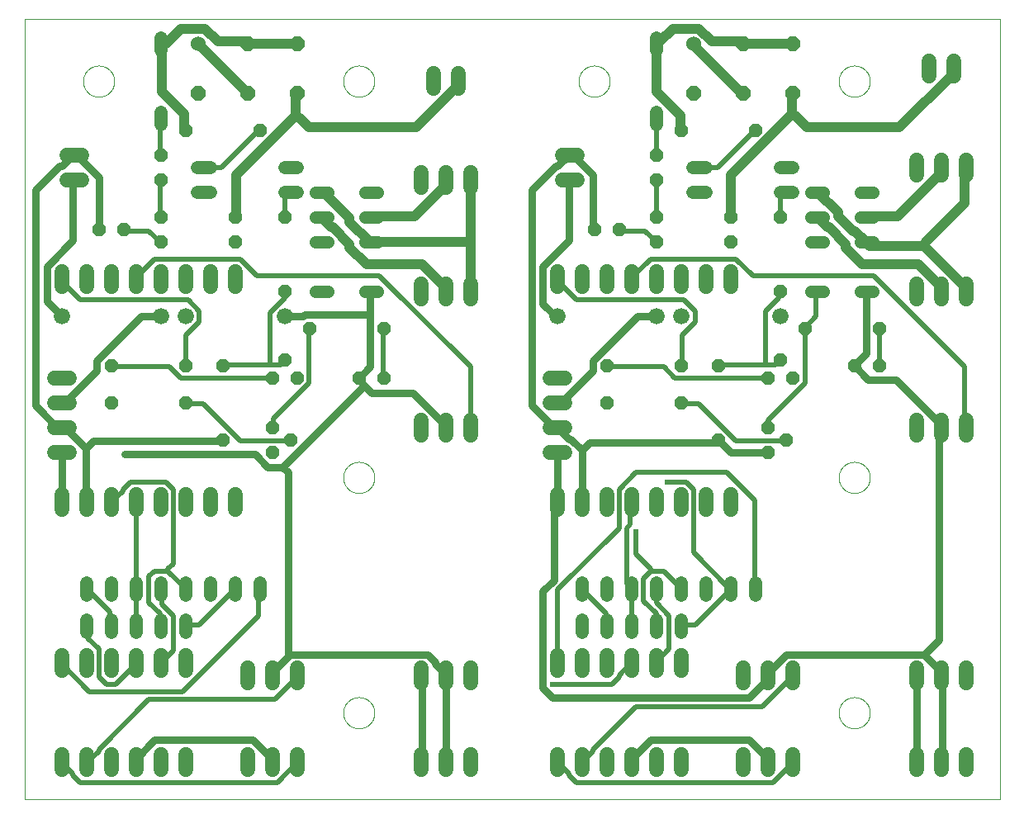
<source format=gtl>
G75*
%MOIN*%
%OFA0B0*%
%FSLAX25Y25*%
%IPPOS*%
%LPD*%
%AMOC8*
5,1,8,0,0,1.08239X$1,22.5*
%
%ADD10C,0.00000*%
%ADD11C,0.06000*%
%ADD12OC8,0.06000*%
%ADD13C,0.06600*%
%ADD14C,0.05200*%
%ADD15C,0.06000*%
%ADD16C,0.05150*%
%ADD17OC8,0.05200*%
%ADD18C,0.02000*%
%ADD19C,0.04000*%
%ADD20C,0.03000*%
%ADD21C,0.02381*%
D10*
X0002667Y0002600D02*
X0002667Y0317561D01*
X0396367Y0317561D01*
X0396367Y0002600D01*
X0002667Y0002600D01*
X0131368Y0037600D02*
X0131370Y0037758D01*
X0131376Y0037916D01*
X0131386Y0038074D01*
X0131400Y0038232D01*
X0131418Y0038389D01*
X0131439Y0038546D01*
X0131465Y0038702D01*
X0131495Y0038858D01*
X0131528Y0039013D01*
X0131566Y0039166D01*
X0131607Y0039319D01*
X0131652Y0039471D01*
X0131701Y0039622D01*
X0131754Y0039771D01*
X0131810Y0039919D01*
X0131870Y0040065D01*
X0131934Y0040210D01*
X0132002Y0040353D01*
X0132073Y0040495D01*
X0132147Y0040635D01*
X0132225Y0040772D01*
X0132307Y0040908D01*
X0132391Y0041042D01*
X0132480Y0041173D01*
X0132571Y0041302D01*
X0132666Y0041429D01*
X0132763Y0041554D01*
X0132864Y0041676D01*
X0132968Y0041795D01*
X0133075Y0041912D01*
X0133185Y0042026D01*
X0133298Y0042137D01*
X0133413Y0042246D01*
X0133531Y0042351D01*
X0133652Y0042453D01*
X0133775Y0042553D01*
X0133901Y0042649D01*
X0134029Y0042742D01*
X0134159Y0042832D01*
X0134292Y0042918D01*
X0134427Y0043002D01*
X0134563Y0043081D01*
X0134702Y0043158D01*
X0134843Y0043230D01*
X0134985Y0043300D01*
X0135129Y0043365D01*
X0135275Y0043427D01*
X0135422Y0043485D01*
X0135571Y0043540D01*
X0135721Y0043591D01*
X0135872Y0043638D01*
X0136024Y0043681D01*
X0136177Y0043720D01*
X0136332Y0043756D01*
X0136487Y0043787D01*
X0136643Y0043815D01*
X0136799Y0043839D01*
X0136956Y0043859D01*
X0137114Y0043875D01*
X0137271Y0043887D01*
X0137430Y0043895D01*
X0137588Y0043899D01*
X0137746Y0043899D01*
X0137904Y0043895D01*
X0138063Y0043887D01*
X0138220Y0043875D01*
X0138378Y0043859D01*
X0138535Y0043839D01*
X0138691Y0043815D01*
X0138847Y0043787D01*
X0139002Y0043756D01*
X0139157Y0043720D01*
X0139310Y0043681D01*
X0139462Y0043638D01*
X0139613Y0043591D01*
X0139763Y0043540D01*
X0139912Y0043485D01*
X0140059Y0043427D01*
X0140205Y0043365D01*
X0140349Y0043300D01*
X0140491Y0043230D01*
X0140632Y0043158D01*
X0140771Y0043081D01*
X0140907Y0043002D01*
X0141042Y0042918D01*
X0141175Y0042832D01*
X0141305Y0042742D01*
X0141433Y0042649D01*
X0141559Y0042553D01*
X0141682Y0042453D01*
X0141803Y0042351D01*
X0141921Y0042246D01*
X0142036Y0042137D01*
X0142149Y0042026D01*
X0142259Y0041912D01*
X0142366Y0041795D01*
X0142470Y0041676D01*
X0142571Y0041554D01*
X0142668Y0041429D01*
X0142763Y0041302D01*
X0142854Y0041173D01*
X0142943Y0041042D01*
X0143027Y0040908D01*
X0143109Y0040772D01*
X0143187Y0040635D01*
X0143261Y0040495D01*
X0143332Y0040353D01*
X0143400Y0040210D01*
X0143464Y0040065D01*
X0143524Y0039919D01*
X0143580Y0039771D01*
X0143633Y0039622D01*
X0143682Y0039471D01*
X0143727Y0039319D01*
X0143768Y0039166D01*
X0143806Y0039013D01*
X0143839Y0038858D01*
X0143869Y0038702D01*
X0143895Y0038546D01*
X0143916Y0038389D01*
X0143934Y0038232D01*
X0143948Y0038074D01*
X0143958Y0037916D01*
X0143964Y0037758D01*
X0143966Y0037600D01*
X0143964Y0037442D01*
X0143958Y0037284D01*
X0143948Y0037126D01*
X0143934Y0036968D01*
X0143916Y0036811D01*
X0143895Y0036654D01*
X0143869Y0036498D01*
X0143839Y0036342D01*
X0143806Y0036187D01*
X0143768Y0036034D01*
X0143727Y0035881D01*
X0143682Y0035729D01*
X0143633Y0035578D01*
X0143580Y0035429D01*
X0143524Y0035281D01*
X0143464Y0035135D01*
X0143400Y0034990D01*
X0143332Y0034847D01*
X0143261Y0034705D01*
X0143187Y0034565D01*
X0143109Y0034428D01*
X0143027Y0034292D01*
X0142943Y0034158D01*
X0142854Y0034027D01*
X0142763Y0033898D01*
X0142668Y0033771D01*
X0142571Y0033646D01*
X0142470Y0033524D01*
X0142366Y0033405D01*
X0142259Y0033288D01*
X0142149Y0033174D01*
X0142036Y0033063D01*
X0141921Y0032954D01*
X0141803Y0032849D01*
X0141682Y0032747D01*
X0141559Y0032647D01*
X0141433Y0032551D01*
X0141305Y0032458D01*
X0141175Y0032368D01*
X0141042Y0032282D01*
X0140907Y0032198D01*
X0140771Y0032119D01*
X0140632Y0032042D01*
X0140491Y0031970D01*
X0140349Y0031900D01*
X0140205Y0031835D01*
X0140059Y0031773D01*
X0139912Y0031715D01*
X0139763Y0031660D01*
X0139613Y0031609D01*
X0139462Y0031562D01*
X0139310Y0031519D01*
X0139157Y0031480D01*
X0139002Y0031444D01*
X0138847Y0031413D01*
X0138691Y0031385D01*
X0138535Y0031361D01*
X0138378Y0031341D01*
X0138220Y0031325D01*
X0138063Y0031313D01*
X0137904Y0031305D01*
X0137746Y0031301D01*
X0137588Y0031301D01*
X0137430Y0031305D01*
X0137271Y0031313D01*
X0137114Y0031325D01*
X0136956Y0031341D01*
X0136799Y0031361D01*
X0136643Y0031385D01*
X0136487Y0031413D01*
X0136332Y0031444D01*
X0136177Y0031480D01*
X0136024Y0031519D01*
X0135872Y0031562D01*
X0135721Y0031609D01*
X0135571Y0031660D01*
X0135422Y0031715D01*
X0135275Y0031773D01*
X0135129Y0031835D01*
X0134985Y0031900D01*
X0134843Y0031970D01*
X0134702Y0032042D01*
X0134563Y0032119D01*
X0134427Y0032198D01*
X0134292Y0032282D01*
X0134159Y0032368D01*
X0134029Y0032458D01*
X0133901Y0032551D01*
X0133775Y0032647D01*
X0133652Y0032747D01*
X0133531Y0032849D01*
X0133413Y0032954D01*
X0133298Y0033063D01*
X0133185Y0033174D01*
X0133075Y0033288D01*
X0132968Y0033405D01*
X0132864Y0033524D01*
X0132763Y0033646D01*
X0132666Y0033771D01*
X0132571Y0033898D01*
X0132480Y0034027D01*
X0132391Y0034158D01*
X0132307Y0034292D01*
X0132225Y0034428D01*
X0132147Y0034565D01*
X0132073Y0034705D01*
X0132002Y0034847D01*
X0131934Y0034990D01*
X0131870Y0035135D01*
X0131810Y0035281D01*
X0131754Y0035429D01*
X0131701Y0035578D01*
X0131652Y0035729D01*
X0131607Y0035881D01*
X0131566Y0036034D01*
X0131528Y0036187D01*
X0131495Y0036342D01*
X0131465Y0036498D01*
X0131439Y0036654D01*
X0131418Y0036811D01*
X0131400Y0036968D01*
X0131386Y0037126D01*
X0131376Y0037284D01*
X0131370Y0037442D01*
X0131368Y0037600D01*
X0131368Y0132600D02*
X0131370Y0132758D01*
X0131376Y0132916D01*
X0131386Y0133074D01*
X0131400Y0133232D01*
X0131418Y0133389D01*
X0131439Y0133546D01*
X0131465Y0133702D01*
X0131495Y0133858D01*
X0131528Y0134013D01*
X0131566Y0134166D01*
X0131607Y0134319D01*
X0131652Y0134471D01*
X0131701Y0134622D01*
X0131754Y0134771D01*
X0131810Y0134919D01*
X0131870Y0135065D01*
X0131934Y0135210D01*
X0132002Y0135353D01*
X0132073Y0135495D01*
X0132147Y0135635D01*
X0132225Y0135772D01*
X0132307Y0135908D01*
X0132391Y0136042D01*
X0132480Y0136173D01*
X0132571Y0136302D01*
X0132666Y0136429D01*
X0132763Y0136554D01*
X0132864Y0136676D01*
X0132968Y0136795D01*
X0133075Y0136912D01*
X0133185Y0137026D01*
X0133298Y0137137D01*
X0133413Y0137246D01*
X0133531Y0137351D01*
X0133652Y0137453D01*
X0133775Y0137553D01*
X0133901Y0137649D01*
X0134029Y0137742D01*
X0134159Y0137832D01*
X0134292Y0137918D01*
X0134427Y0138002D01*
X0134563Y0138081D01*
X0134702Y0138158D01*
X0134843Y0138230D01*
X0134985Y0138300D01*
X0135129Y0138365D01*
X0135275Y0138427D01*
X0135422Y0138485D01*
X0135571Y0138540D01*
X0135721Y0138591D01*
X0135872Y0138638D01*
X0136024Y0138681D01*
X0136177Y0138720D01*
X0136332Y0138756D01*
X0136487Y0138787D01*
X0136643Y0138815D01*
X0136799Y0138839D01*
X0136956Y0138859D01*
X0137114Y0138875D01*
X0137271Y0138887D01*
X0137430Y0138895D01*
X0137588Y0138899D01*
X0137746Y0138899D01*
X0137904Y0138895D01*
X0138063Y0138887D01*
X0138220Y0138875D01*
X0138378Y0138859D01*
X0138535Y0138839D01*
X0138691Y0138815D01*
X0138847Y0138787D01*
X0139002Y0138756D01*
X0139157Y0138720D01*
X0139310Y0138681D01*
X0139462Y0138638D01*
X0139613Y0138591D01*
X0139763Y0138540D01*
X0139912Y0138485D01*
X0140059Y0138427D01*
X0140205Y0138365D01*
X0140349Y0138300D01*
X0140491Y0138230D01*
X0140632Y0138158D01*
X0140771Y0138081D01*
X0140907Y0138002D01*
X0141042Y0137918D01*
X0141175Y0137832D01*
X0141305Y0137742D01*
X0141433Y0137649D01*
X0141559Y0137553D01*
X0141682Y0137453D01*
X0141803Y0137351D01*
X0141921Y0137246D01*
X0142036Y0137137D01*
X0142149Y0137026D01*
X0142259Y0136912D01*
X0142366Y0136795D01*
X0142470Y0136676D01*
X0142571Y0136554D01*
X0142668Y0136429D01*
X0142763Y0136302D01*
X0142854Y0136173D01*
X0142943Y0136042D01*
X0143027Y0135908D01*
X0143109Y0135772D01*
X0143187Y0135635D01*
X0143261Y0135495D01*
X0143332Y0135353D01*
X0143400Y0135210D01*
X0143464Y0135065D01*
X0143524Y0134919D01*
X0143580Y0134771D01*
X0143633Y0134622D01*
X0143682Y0134471D01*
X0143727Y0134319D01*
X0143768Y0134166D01*
X0143806Y0134013D01*
X0143839Y0133858D01*
X0143869Y0133702D01*
X0143895Y0133546D01*
X0143916Y0133389D01*
X0143934Y0133232D01*
X0143948Y0133074D01*
X0143958Y0132916D01*
X0143964Y0132758D01*
X0143966Y0132600D01*
X0143964Y0132442D01*
X0143958Y0132284D01*
X0143948Y0132126D01*
X0143934Y0131968D01*
X0143916Y0131811D01*
X0143895Y0131654D01*
X0143869Y0131498D01*
X0143839Y0131342D01*
X0143806Y0131187D01*
X0143768Y0131034D01*
X0143727Y0130881D01*
X0143682Y0130729D01*
X0143633Y0130578D01*
X0143580Y0130429D01*
X0143524Y0130281D01*
X0143464Y0130135D01*
X0143400Y0129990D01*
X0143332Y0129847D01*
X0143261Y0129705D01*
X0143187Y0129565D01*
X0143109Y0129428D01*
X0143027Y0129292D01*
X0142943Y0129158D01*
X0142854Y0129027D01*
X0142763Y0128898D01*
X0142668Y0128771D01*
X0142571Y0128646D01*
X0142470Y0128524D01*
X0142366Y0128405D01*
X0142259Y0128288D01*
X0142149Y0128174D01*
X0142036Y0128063D01*
X0141921Y0127954D01*
X0141803Y0127849D01*
X0141682Y0127747D01*
X0141559Y0127647D01*
X0141433Y0127551D01*
X0141305Y0127458D01*
X0141175Y0127368D01*
X0141042Y0127282D01*
X0140907Y0127198D01*
X0140771Y0127119D01*
X0140632Y0127042D01*
X0140491Y0126970D01*
X0140349Y0126900D01*
X0140205Y0126835D01*
X0140059Y0126773D01*
X0139912Y0126715D01*
X0139763Y0126660D01*
X0139613Y0126609D01*
X0139462Y0126562D01*
X0139310Y0126519D01*
X0139157Y0126480D01*
X0139002Y0126444D01*
X0138847Y0126413D01*
X0138691Y0126385D01*
X0138535Y0126361D01*
X0138378Y0126341D01*
X0138220Y0126325D01*
X0138063Y0126313D01*
X0137904Y0126305D01*
X0137746Y0126301D01*
X0137588Y0126301D01*
X0137430Y0126305D01*
X0137271Y0126313D01*
X0137114Y0126325D01*
X0136956Y0126341D01*
X0136799Y0126361D01*
X0136643Y0126385D01*
X0136487Y0126413D01*
X0136332Y0126444D01*
X0136177Y0126480D01*
X0136024Y0126519D01*
X0135872Y0126562D01*
X0135721Y0126609D01*
X0135571Y0126660D01*
X0135422Y0126715D01*
X0135275Y0126773D01*
X0135129Y0126835D01*
X0134985Y0126900D01*
X0134843Y0126970D01*
X0134702Y0127042D01*
X0134563Y0127119D01*
X0134427Y0127198D01*
X0134292Y0127282D01*
X0134159Y0127368D01*
X0134029Y0127458D01*
X0133901Y0127551D01*
X0133775Y0127647D01*
X0133652Y0127747D01*
X0133531Y0127849D01*
X0133413Y0127954D01*
X0133298Y0128063D01*
X0133185Y0128174D01*
X0133075Y0128288D01*
X0132968Y0128405D01*
X0132864Y0128524D01*
X0132763Y0128646D01*
X0132666Y0128771D01*
X0132571Y0128898D01*
X0132480Y0129027D01*
X0132391Y0129158D01*
X0132307Y0129292D01*
X0132225Y0129428D01*
X0132147Y0129565D01*
X0132073Y0129705D01*
X0132002Y0129847D01*
X0131934Y0129990D01*
X0131870Y0130135D01*
X0131810Y0130281D01*
X0131754Y0130429D01*
X0131701Y0130578D01*
X0131652Y0130729D01*
X0131607Y0130881D01*
X0131566Y0131034D01*
X0131528Y0131187D01*
X0131495Y0131342D01*
X0131465Y0131498D01*
X0131439Y0131654D01*
X0131418Y0131811D01*
X0131400Y0131968D01*
X0131386Y0132126D01*
X0131376Y0132284D01*
X0131370Y0132442D01*
X0131368Y0132600D01*
X0131368Y0292600D02*
X0131370Y0292758D01*
X0131376Y0292916D01*
X0131386Y0293074D01*
X0131400Y0293232D01*
X0131418Y0293389D01*
X0131439Y0293546D01*
X0131465Y0293702D01*
X0131495Y0293858D01*
X0131528Y0294013D01*
X0131566Y0294166D01*
X0131607Y0294319D01*
X0131652Y0294471D01*
X0131701Y0294622D01*
X0131754Y0294771D01*
X0131810Y0294919D01*
X0131870Y0295065D01*
X0131934Y0295210D01*
X0132002Y0295353D01*
X0132073Y0295495D01*
X0132147Y0295635D01*
X0132225Y0295772D01*
X0132307Y0295908D01*
X0132391Y0296042D01*
X0132480Y0296173D01*
X0132571Y0296302D01*
X0132666Y0296429D01*
X0132763Y0296554D01*
X0132864Y0296676D01*
X0132968Y0296795D01*
X0133075Y0296912D01*
X0133185Y0297026D01*
X0133298Y0297137D01*
X0133413Y0297246D01*
X0133531Y0297351D01*
X0133652Y0297453D01*
X0133775Y0297553D01*
X0133901Y0297649D01*
X0134029Y0297742D01*
X0134159Y0297832D01*
X0134292Y0297918D01*
X0134427Y0298002D01*
X0134563Y0298081D01*
X0134702Y0298158D01*
X0134843Y0298230D01*
X0134985Y0298300D01*
X0135129Y0298365D01*
X0135275Y0298427D01*
X0135422Y0298485D01*
X0135571Y0298540D01*
X0135721Y0298591D01*
X0135872Y0298638D01*
X0136024Y0298681D01*
X0136177Y0298720D01*
X0136332Y0298756D01*
X0136487Y0298787D01*
X0136643Y0298815D01*
X0136799Y0298839D01*
X0136956Y0298859D01*
X0137114Y0298875D01*
X0137271Y0298887D01*
X0137430Y0298895D01*
X0137588Y0298899D01*
X0137746Y0298899D01*
X0137904Y0298895D01*
X0138063Y0298887D01*
X0138220Y0298875D01*
X0138378Y0298859D01*
X0138535Y0298839D01*
X0138691Y0298815D01*
X0138847Y0298787D01*
X0139002Y0298756D01*
X0139157Y0298720D01*
X0139310Y0298681D01*
X0139462Y0298638D01*
X0139613Y0298591D01*
X0139763Y0298540D01*
X0139912Y0298485D01*
X0140059Y0298427D01*
X0140205Y0298365D01*
X0140349Y0298300D01*
X0140491Y0298230D01*
X0140632Y0298158D01*
X0140771Y0298081D01*
X0140907Y0298002D01*
X0141042Y0297918D01*
X0141175Y0297832D01*
X0141305Y0297742D01*
X0141433Y0297649D01*
X0141559Y0297553D01*
X0141682Y0297453D01*
X0141803Y0297351D01*
X0141921Y0297246D01*
X0142036Y0297137D01*
X0142149Y0297026D01*
X0142259Y0296912D01*
X0142366Y0296795D01*
X0142470Y0296676D01*
X0142571Y0296554D01*
X0142668Y0296429D01*
X0142763Y0296302D01*
X0142854Y0296173D01*
X0142943Y0296042D01*
X0143027Y0295908D01*
X0143109Y0295772D01*
X0143187Y0295635D01*
X0143261Y0295495D01*
X0143332Y0295353D01*
X0143400Y0295210D01*
X0143464Y0295065D01*
X0143524Y0294919D01*
X0143580Y0294771D01*
X0143633Y0294622D01*
X0143682Y0294471D01*
X0143727Y0294319D01*
X0143768Y0294166D01*
X0143806Y0294013D01*
X0143839Y0293858D01*
X0143869Y0293702D01*
X0143895Y0293546D01*
X0143916Y0293389D01*
X0143934Y0293232D01*
X0143948Y0293074D01*
X0143958Y0292916D01*
X0143964Y0292758D01*
X0143966Y0292600D01*
X0143964Y0292442D01*
X0143958Y0292284D01*
X0143948Y0292126D01*
X0143934Y0291968D01*
X0143916Y0291811D01*
X0143895Y0291654D01*
X0143869Y0291498D01*
X0143839Y0291342D01*
X0143806Y0291187D01*
X0143768Y0291034D01*
X0143727Y0290881D01*
X0143682Y0290729D01*
X0143633Y0290578D01*
X0143580Y0290429D01*
X0143524Y0290281D01*
X0143464Y0290135D01*
X0143400Y0289990D01*
X0143332Y0289847D01*
X0143261Y0289705D01*
X0143187Y0289565D01*
X0143109Y0289428D01*
X0143027Y0289292D01*
X0142943Y0289158D01*
X0142854Y0289027D01*
X0142763Y0288898D01*
X0142668Y0288771D01*
X0142571Y0288646D01*
X0142470Y0288524D01*
X0142366Y0288405D01*
X0142259Y0288288D01*
X0142149Y0288174D01*
X0142036Y0288063D01*
X0141921Y0287954D01*
X0141803Y0287849D01*
X0141682Y0287747D01*
X0141559Y0287647D01*
X0141433Y0287551D01*
X0141305Y0287458D01*
X0141175Y0287368D01*
X0141042Y0287282D01*
X0140907Y0287198D01*
X0140771Y0287119D01*
X0140632Y0287042D01*
X0140491Y0286970D01*
X0140349Y0286900D01*
X0140205Y0286835D01*
X0140059Y0286773D01*
X0139912Y0286715D01*
X0139763Y0286660D01*
X0139613Y0286609D01*
X0139462Y0286562D01*
X0139310Y0286519D01*
X0139157Y0286480D01*
X0139002Y0286444D01*
X0138847Y0286413D01*
X0138691Y0286385D01*
X0138535Y0286361D01*
X0138378Y0286341D01*
X0138220Y0286325D01*
X0138063Y0286313D01*
X0137904Y0286305D01*
X0137746Y0286301D01*
X0137588Y0286301D01*
X0137430Y0286305D01*
X0137271Y0286313D01*
X0137114Y0286325D01*
X0136956Y0286341D01*
X0136799Y0286361D01*
X0136643Y0286385D01*
X0136487Y0286413D01*
X0136332Y0286444D01*
X0136177Y0286480D01*
X0136024Y0286519D01*
X0135872Y0286562D01*
X0135721Y0286609D01*
X0135571Y0286660D01*
X0135422Y0286715D01*
X0135275Y0286773D01*
X0135129Y0286835D01*
X0134985Y0286900D01*
X0134843Y0286970D01*
X0134702Y0287042D01*
X0134563Y0287119D01*
X0134427Y0287198D01*
X0134292Y0287282D01*
X0134159Y0287368D01*
X0134029Y0287458D01*
X0133901Y0287551D01*
X0133775Y0287647D01*
X0133652Y0287747D01*
X0133531Y0287849D01*
X0133413Y0287954D01*
X0133298Y0288063D01*
X0133185Y0288174D01*
X0133075Y0288288D01*
X0132968Y0288405D01*
X0132864Y0288524D01*
X0132763Y0288646D01*
X0132666Y0288771D01*
X0132571Y0288898D01*
X0132480Y0289027D01*
X0132391Y0289158D01*
X0132307Y0289292D01*
X0132225Y0289428D01*
X0132147Y0289565D01*
X0132073Y0289705D01*
X0132002Y0289847D01*
X0131934Y0289990D01*
X0131870Y0290135D01*
X0131810Y0290281D01*
X0131754Y0290429D01*
X0131701Y0290578D01*
X0131652Y0290729D01*
X0131607Y0290881D01*
X0131566Y0291034D01*
X0131528Y0291187D01*
X0131495Y0291342D01*
X0131465Y0291498D01*
X0131439Y0291654D01*
X0131418Y0291811D01*
X0131400Y0291968D01*
X0131386Y0292126D01*
X0131376Y0292284D01*
X0131370Y0292442D01*
X0131368Y0292600D01*
X0026368Y0292600D02*
X0026370Y0292758D01*
X0026376Y0292916D01*
X0026386Y0293074D01*
X0026400Y0293232D01*
X0026418Y0293389D01*
X0026439Y0293546D01*
X0026465Y0293702D01*
X0026495Y0293858D01*
X0026528Y0294013D01*
X0026566Y0294166D01*
X0026607Y0294319D01*
X0026652Y0294471D01*
X0026701Y0294622D01*
X0026754Y0294771D01*
X0026810Y0294919D01*
X0026870Y0295065D01*
X0026934Y0295210D01*
X0027002Y0295353D01*
X0027073Y0295495D01*
X0027147Y0295635D01*
X0027225Y0295772D01*
X0027307Y0295908D01*
X0027391Y0296042D01*
X0027480Y0296173D01*
X0027571Y0296302D01*
X0027666Y0296429D01*
X0027763Y0296554D01*
X0027864Y0296676D01*
X0027968Y0296795D01*
X0028075Y0296912D01*
X0028185Y0297026D01*
X0028298Y0297137D01*
X0028413Y0297246D01*
X0028531Y0297351D01*
X0028652Y0297453D01*
X0028775Y0297553D01*
X0028901Y0297649D01*
X0029029Y0297742D01*
X0029159Y0297832D01*
X0029292Y0297918D01*
X0029427Y0298002D01*
X0029563Y0298081D01*
X0029702Y0298158D01*
X0029843Y0298230D01*
X0029985Y0298300D01*
X0030129Y0298365D01*
X0030275Y0298427D01*
X0030422Y0298485D01*
X0030571Y0298540D01*
X0030721Y0298591D01*
X0030872Y0298638D01*
X0031024Y0298681D01*
X0031177Y0298720D01*
X0031332Y0298756D01*
X0031487Y0298787D01*
X0031643Y0298815D01*
X0031799Y0298839D01*
X0031956Y0298859D01*
X0032114Y0298875D01*
X0032271Y0298887D01*
X0032430Y0298895D01*
X0032588Y0298899D01*
X0032746Y0298899D01*
X0032904Y0298895D01*
X0033063Y0298887D01*
X0033220Y0298875D01*
X0033378Y0298859D01*
X0033535Y0298839D01*
X0033691Y0298815D01*
X0033847Y0298787D01*
X0034002Y0298756D01*
X0034157Y0298720D01*
X0034310Y0298681D01*
X0034462Y0298638D01*
X0034613Y0298591D01*
X0034763Y0298540D01*
X0034912Y0298485D01*
X0035059Y0298427D01*
X0035205Y0298365D01*
X0035349Y0298300D01*
X0035491Y0298230D01*
X0035632Y0298158D01*
X0035771Y0298081D01*
X0035907Y0298002D01*
X0036042Y0297918D01*
X0036175Y0297832D01*
X0036305Y0297742D01*
X0036433Y0297649D01*
X0036559Y0297553D01*
X0036682Y0297453D01*
X0036803Y0297351D01*
X0036921Y0297246D01*
X0037036Y0297137D01*
X0037149Y0297026D01*
X0037259Y0296912D01*
X0037366Y0296795D01*
X0037470Y0296676D01*
X0037571Y0296554D01*
X0037668Y0296429D01*
X0037763Y0296302D01*
X0037854Y0296173D01*
X0037943Y0296042D01*
X0038027Y0295908D01*
X0038109Y0295772D01*
X0038187Y0295635D01*
X0038261Y0295495D01*
X0038332Y0295353D01*
X0038400Y0295210D01*
X0038464Y0295065D01*
X0038524Y0294919D01*
X0038580Y0294771D01*
X0038633Y0294622D01*
X0038682Y0294471D01*
X0038727Y0294319D01*
X0038768Y0294166D01*
X0038806Y0294013D01*
X0038839Y0293858D01*
X0038869Y0293702D01*
X0038895Y0293546D01*
X0038916Y0293389D01*
X0038934Y0293232D01*
X0038948Y0293074D01*
X0038958Y0292916D01*
X0038964Y0292758D01*
X0038966Y0292600D01*
X0038964Y0292442D01*
X0038958Y0292284D01*
X0038948Y0292126D01*
X0038934Y0291968D01*
X0038916Y0291811D01*
X0038895Y0291654D01*
X0038869Y0291498D01*
X0038839Y0291342D01*
X0038806Y0291187D01*
X0038768Y0291034D01*
X0038727Y0290881D01*
X0038682Y0290729D01*
X0038633Y0290578D01*
X0038580Y0290429D01*
X0038524Y0290281D01*
X0038464Y0290135D01*
X0038400Y0289990D01*
X0038332Y0289847D01*
X0038261Y0289705D01*
X0038187Y0289565D01*
X0038109Y0289428D01*
X0038027Y0289292D01*
X0037943Y0289158D01*
X0037854Y0289027D01*
X0037763Y0288898D01*
X0037668Y0288771D01*
X0037571Y0288646D01*
X0037470Y0288524D01*
X0037366Y0288405D01*
X0037259Y0288288D01*
X0037149Y0288174D01*
X0037036Y0288063D01*
X0036921Y0287954D01*
X0036803Y0287849D01*
X0036682Y0287747D01*
X0036559Y0287647D01*
X0036433Y0287551D01*
X0036305Y0287458D01*
X0036175Y0287368D01*
X0036042Y0287282D01*
X0035907Y0287198D01*
X0035771Y0287119D01*
X0035632Y0287042D01*
X0035491Y0286970D01*
X0035349Y0286900D01*
X0035205Y0286835D01*
X0035059Y0286773D01*
X0034912Y0286715D01*
X0034763Y0286660D01*
X0034613Y0286609D01*
X0034462Y0286562D01*
X0034310Y0286519D01*
X0034157Y0286480D01*
X0034002Y0286444D01*
X0033847Y0286413D01*
X0033691Y0286385D01*
X0033535Y0286361D01*
X0033378Y0286341D01*
X0033220Y0286325D01*
X0033063Y0286313D01*
X0032904Y0286305D01*
X0032746Y0286301D01*
X0032588Y0286301D01*
X0032430Y0286305D01*
X0032271Y0286313D01*
X0032114Y0286325D01*
X0031956Y0286341D01*
X0031799Y0286361D01*
X0031643Y0286385D01*
X0031487Y0286413D01*
X0031332Y0286444D01*
X0031177Y0286480D01*
X0031024Y0286519D01*
X0030872Y0286562D01*
X0030721Y0286609D01*
X0030571Y0286660D01*
X0030422Y0286715D01*
X0030275Y0286773D01*
X0030129Y0286835D01*
X0029985Y0286900D01*
X0029843Y0286970D01*
X0029702Y0287042D01*
X0029563Y0287119D01*
X0029427Y0287198D01*
X0029292Y0287282D01*
X0029159Y0287368D01*
X0029029Y0287458D01*
X0028901Y0287551D01*
X0028775Y0287647D01*
X0028652Y0287747D01*
X0028531Y0287849D01*
X0028413Y0287954D01*
X0028298Y0288063D01*
X0028185Y0288174D01*
X0028075Y0288288D01*
X0027968Y0288405D01*
X0027864Y0288524D01*
X0027763Y0288646D01*
X0027666Y0288771D01*
X0027571Y0288898D01*
X0027480Y0289027D01*
X0027391Y0289158D01*
X0027307Y0289292D01*
X0027225Y0289428D01*
X0027147Y0289565D01*
X0027073Y0289705D01*
X0027002Y0289847D01*
X0026934Y0289990D01*
X0026870Y0290135D01*
X0026810Y0290281D01*
X0026754Y0290429D01*
X0026701Y0290578D01*
X0026652Y0290729D01*
X0026607Y0290881D01*
X0026566Y0291034D01*
X0026528Y0291187D01*
X0026495Y0291342D01*
X0026465Y0291498D01*
X0026439Y0291654D01*
X0026418Y0291811D01*
X0026400Y0291968D01*
X0026386Y0292126D01*
X0026376Y0292284D01*
X0026370Y0292442D01*
X0026368Y0292600D01*
X0226368Y0292600D02*
X0226370Y0292758D01*
X0226376Y0292916D01*
X0226386Y0293074D01*
X0226400Y0293232D01*
X0226418Y0293389D01*
X0226439Y0293546D01*
X0226465Y0293702D01*
X0226495Y0293858D01*
X0226528Y0294013D01*
X0226566Y0294166D01*
X0226607Y0294319D01*
X0226652Y0294471D01*
X0226701Y0294622D01*
X0226754Y0294771D01*
X0226810Y0294919D01*
X0226870Y0295065D01*
X0226934Y0295210D01*
X0227002Y0295353D01*
X0227073Y0295495D01*
X0227147Y0295635D01*
X0227225Y0295772D01*
X0227307Y0295908D01*
X0227391Y0296042D01*
X0227480Y0296173D01*
X0227571Y0296302D01*
X0227666Y0296429D01*
X0227763Y0296554D01*
X0227864Y0296676D01*
X0227968Y0296795D01*
X0228075Y0296912D01*
X0228185Y0297026D01*
X0228298Y0297137D01*
X0228413Y0297246D01*
X0228531Y0297351D01*
X0228652Y0297453D01*
X0228775Y0297553D01*
X0228901Y0297649D01*
X0229029Y0297742D01*
X0229159Y0297832D01*
X0229292Y0297918D01*
X0229427Y0298002D01*
X0229563Y0298081D01*
X0229702Y0298158D01*
X0229843Y0298230D01*
X0229985Y0298300D01*
X0230129Y0298365D01*
X0230275Y0298427D01*
X0230422Y0298485D01*
X0230571Y0298540D01*
X0230721Y0298591D01*
X0230872Y0298638D01*
X0231024Y0298681D01*
X0231177Y0298720D01*
X0231332Y0298756D01*
X0231487Y0298787D01*
X0231643Y0298815D01*
X0231799Y0298839D01*
X0231956Y0298859D01*
X0232114Y0298875D01*
X0232271Y0298887D01*
X0232430Y0298895D01*
X0232588Y0298899D01*
X0232746Y0298899D01*
X0232904Y0298895D01*
X0233063Y0298887D01*
X0233220Y0298875D01*
X0233378Y0298859D01*
X0233535Y0298839D01*
X0233691Y0298815D01*
X0233847Y0298787D01*
X0234002Y0298756D01*
X0234157Y0298720D01*
X0234310Y0298681D01*
X0234462Y0298638D01*
X0234613Y0298591D01*
X0234763Y0298540D01*
X0234912Y0298485D01*
X0235059Y0298427D01*
X0235205Y0298365D01*
X0235349Y0298300D01*
X0235491Y0298230D01*
X0235632Y0298158D01*
X0235771Y0298081D01*
X0235907Y0298002D01*
X0236042Y0297918D01*
X0236175Y0297832D01*
X0236305Y0297742D01*
X0236433Y0297649D01*
X0236559Y0297553D01*
X0236682Y0297453D01*
X0236803Y0297351D01*
X0236921Y0297246D01*
X0237036Y0297137D01*
X0237149Y0297026D01*
X0237259Y0296912D01*
X0237366Y0296795D01*
X0237470Y0296676D01*
X0237571Y0296554D01*
X0237668Y0296429D01*
X0237763Y0296302D01*
X0237854Y0296173D01*
X0237943Y0296042D01*
X0238027Y0295908D01*
X0238109Y0295772D01*
X0238187Y0295635D01*
X0238261Y0295495D01*
X0238332Y0295353D01*
X0238400Y0295210D01*
X0238464Y0295065D01*
X0238524Y0294919D01*
X0238580Y0294771D01*
X0238633Y0294622D01*
X0238682Y0294471D01*
X0238727Y0294319D01*
X0238768Y0294166D01*
X0238806Y0294013D01*
X0238839Y0293858D01*
X0238869Y0293702D01*
X0238895Y0293546D01*
X0238916Y0293389D01*
X0238934Y0293232D01*
X0238948Y0293074D01*
X0238958Y0292916D01*
X0238964Y0292758D01*
X0238966Y0292600D01*
X0238964Y0292442D01*
X0238958Y0292284D01*
X0238948Y0292126D01*
X0238934Y0291968D01*
X0238916Y0291811D01*
X0238895Y0291654D01*
X0238869Y0291498D01*
X0238839Y0291342D01*
X0238806Y0291187D01*
X0238768Y0291034D01*
X0238727Y0290881D01*
X0238682Y0290729D01*
X0238633Y0290578D01*
X0238580Y0290429D01*
X0238524Y0290281D01*
X0238464Y0290135D01*
X0238400Y0289990D01*
X0238332Y0289847D01*
X0238261Y0289705D01*
X0238187Y0289565D01*
X0238109Y0289428D01*
X0238027Y0289292D01*
X0237943Y0289158D01*
X0237854Y0289027D01*
X0237763Y0288898D01*
X0237668Y0288771D01*
X0237571Y0288646D01*
X0237470Y0288524D01*
X0237366Y0288405D01*
X0237259Y0288288D01*
X0237149Y0288174D01*
X0237036Y0288063D01*
X0236921Y0287954D01*
X0236803Y0287849D01*
X0236682Y0287747D01*
X0236559Y0287647D01*
X0236433Y0287551D01*
X0236305Y0287458D01*
X0236175Y0287368D01*
X0236042Y0287282D01*
X0235907Y0287198D01*
X0235771Y0287119D01*
X0235632Y0287042D01*
X0235491Y0286970D01*
X0235349Y0286900D01*
X0235205Y0286835D01*
X0235059Y0286773D01*
X0234912Y0286715D01*
X0234763Y0286660D01*
X0234613Y0286609D01*
X0234462Y0286562D01*
X0234310Y0286519D01*
X0234157Y0286480D01*
X0234002Y0286444D01*
X0233847Y0286413D01*
X0233691Y0286385D01*
X0233535Y0286361D01*
X0233378Y0286341D01*
X0233220Y0286325D01*
X0233063Y0286313D01*
X0232904Y0286305D01*
X0232746Y0286301D01*
X0232588Y0286301D01*
X0232430Y0286305D01*
X0232271Y0286313D01*
X0232114Y0286325D01*
X0231956Y0286341D01*
X0231799Y0286361D01*
X0231643Y0286385D01*
X0231487Y0286413D01*
X0231332Y0286444D01*
X0231177Y0286480D01*
X0231024Y0286519D01*
X0230872Y0286562D01*
X0230721Y0286609D01*
X0230571Y0286660D01*
X0230422Y0286715D01*
X0230275Y0286773D01*
X0230129Y0286835D01*
X0229985Y0286900D01*
X0229843Y0286970D01*
X0229702Y0287042D01*
X0229563Y0287119D01*
X0229427Y0287198D01*
X0229292Y0287282D01*
X0229159Y0287368D01*
X0229029Y0287458D01*
X0228901Y0287551D01*
X0228775Y0287647D01*
X0228652Y0287747D01*
X0228531Y0287849D01*
X0228413Y0287954D01*
X0228298Y0288063D01*
X0228185Y0288174D01*
X0228075Y0288288D01*
X0227968Y0288405D01*
X0227864Y0288524D01*
X0227763Y0288646D01*
X0227666Y0288771D01*
X0227571Y0288898D01*
X0227480Y0289027D01*
X0227391Y0289158D01*
X0227307Y0289292D01*
X0227225Y0289428D01*
X0227147Y0289565D01*
X0227073Y0289705D01*
X0227002Y0289847D01*
X0226934Y0289990D01*
X0226870Y0290135D01*
X0226810Y0290281D01*
X0226754Y0290429D01*
X0226701Y0290578D01*
X0226652Y0290729D01*
X0226607Y0290881D01*
X0226566Y0291034D01*
X0226528Y0291187D01*
X0226495Y0291342D01*
X0226465Y0291498D01*
X0226439Y0291654D01*
X0226418Y0291811D01*
X0226400Y0291968D01*
X0226386Y0292126D01*
X0226376Y0292284D01*
X0226370Y0292442D01*
X0226368Y0292600D01*
X0331368Y0292600D02*
X0331370Y0292758D01*
X0331376Y0292916D01*
X0331386Y0293074D01*
X0331400Y0293232D01*
X0331418Y0293389D01*
X0331439Y0293546D01*
X0331465Y0293702D01*
X0331495Y0293858D01*
X0331528Y0294013D01*
X0331566Y0294166D01*
X0331607Y0294319D01*
X0331652Y0294471D01*
X0331701Y0294622D01*
X0331754Y0294771D01*
X0331810Y0294919D01*
X0331870Y0295065D01*
X0331934Y0295210D01*
X0332002Y0295353D01*
X0332073Y0295495D01*
X0332147Y0295635D01*
X0332225Y0295772D01*
X0332307Y0295908D01*
X0332391Y0296042D01*
X0332480Y0296173D01*
X0332571Y0296302D01*
X0332666Y0296429D01*
X0332763Y0296554D01*
X0332864Y0296676D01*
X0332968Y0296795D01*
X0333075Y0296912D01*
X0333185Y0297026D01*
X0333298Y0297137D01*
X0333413Y0297246D01*
X0333531Y0297351D01*
X0333652Y0297453D01*
X0333775Y0297553D01*
X0333901Y0297649D01*
X0334029Y0297742D01*
X0334159Y0297832D01*
X0334292Y0297918D01*
X0334427Y0298002D01*
X0334563Y0298081D01*
X0334702Y0298158D01*
X0334843Y0298230D01*
X0334985Y0298300D01*
X0335129Y0298365D01*
X0335275Y0298427D01*
X0335422Y0298485D01*
X0335571Y0298540D01*
X0335721Y0298591D01*
X0335872Y0298638D01*
X0336024Y0298681D01*
X0336177Y0298720D01*
X0336332Y0298756D01*
X0336487Y0298787D01*
X0336643Y0298815D01*
X0336799Y0298839D01*
X0336956Y0298859D01*
X0337114Y0298875D01*
X0337271Y0298887D01*
X0337430Y0298895D01*
X0337588Y0298899D01*
X0337746Y0298899D01*
X0337904Y0298895D01*
X0338063Y0298887D01*
X0338220Y0298875D01*
X0338378Y0298859D01*
X0338535Y0298839D01*
X0338691Y0298815D01*
X0338847Y0298787D01*
X0339002Y0298756D01*
X0339157Y0298720D01*
X0339310Y0298681D01*
X0339462Y0298638D01*
X0339613Y0298591D01*
X0339763Y0298540D01*
X0339912Y0298485D01*
X0340059Y0298427D01*
X0340205Y0298365D01*
X0340349Y0298300D01*
X0340491Y0298230D01*
X0340632Y0298158D01*
X0340771Y0298081D01*
X0340907Y0298002D01*
X0341042Y0297918D01*
X0341175Y0297832D01*
X0341305Y0297742D01*
X0341433Y0297649D01*
X0341559Y0297553D01*
X0341682Y0297453D01*
X0341803Y0297351D01*
X0341921Y0297246D01*
X0342036Y0297137D01*
X0342149Y0297026D01*
X0342259Y0296912D01*
X0342366Y0296795D01*
X0342470Y0296676D01*
X0342571Y0296554D01*
X0342668Y0296429D01*
X0342763Y0296302D01*
X0342854Y0296173D01*
X0342943Y0296042D01*
X0343027Y0295908D01*
X0343109Y0295772D01*
X0343187Y0295635D01*
X0343261Y0295495D01*
X0343332Y0295353D01*
X0343400Y0295210D01*
X0343464Y0295065D01*
X0343524Y0294919D01*
X0343580Y0294771D01*
X0343633Y0294622D01*
X0343682Y0294471D01*
X0343727Y0294319D01*
X0343768Y0294166D01*
X0343806Y0294013D01*
X0343839Y0293858D01*
X0343869Y0293702D01*
X0343895Y0293546D01*
X0343916Y0293389D01*
X0343934Y0293232D01*
X0343948Y0293074D01*
X0343958Y0292916D01*
X0343964Y0292758D01*
X0343966Y0292600D01*
X0343964Y0292442D01*
X0343958Y0292284D01*
X0343948Y0292126D01*
X0343934Y0291968D01*
X0343916Y0291811D01*
X0343895Y0291654D01*
X0343869Y0291498D01*
X0343839Y0291342D01*
X0343806Y0291187D01*
X0343768Y0291034D01*
X0343727Y0290881D01*
X0343682Y0290729D01*
X0343633Y0290578D01*
X0343580Y0290429D01*
X0343524Y0290281D01*
X0343464Y0290135D01*
X0343400Y0289990D01*
X0343332Y0289847D01*
X0343261Y0289705D01*
X0343187Y0289565D01*
X0343109Y0289428D01*
X0343027Y0289292D01*
X0342943Y0289158D01*
X0342854Y0289027D01*
X0342763Y0288898D01*
X0342668Y0288771D01*
X0342571Y0288646D01*
X0342470Y0288524D01*
X0342366Y0288405D01*
X0342259Y0288288D01*
X0342149Y0288174D01*
X0342036Y0288063D01*
X0341921Y0287954D01*
X0341803Y0287849D01*
X0341682Y0287747D01*
X0341559Y0287647D01*
X0341433Y0287551D01*
X0341305Y0287458D01*
X0341175Y0287368D01*
X0341042Y0287282D01*
X0340907Y0287198D01*
X0340771Y0287119D01*
X0340632Y0287042D01*
X0340491Y0286970D01*
X0340349Y0286900D01*
X0340205Y0286835D01*
X0340059Y0286773D01*
X0339912Y0286715D01*
X0339763Y0286660D01*
X0339613Y0286609D01*
X0339462Y0286562D01*
X0339310Y0286519D01*
X0339157Y0286480D01*
X0339002Y0286444D01*
X0338847Y0286413D01*
X0338691Y0286385D01*
X0338535Y0286361D01*
X0338378Y0286341D01*
X0338220Y0286325D01*
X0338063Y0286313D01*
X0337904Y0286305D01*
X0337746Y0286301D01*
X0337588Y0286301D01*
X0337430Y0286305D01*
X0337271Y0286313D01*
X0337114Y0286325D01*
X0336956Y0286341D01*
X0336799Y0286361D01*
X0336643Y0286385D01*
X0336487Y0286413D01*
X0336332Y0286444D01*
X0336177Y0286480D01*
X0336024Y0286519D01*
X0335872Y0286562D01*
X0335721Y0286609D01*
X0335571Y0286660D01*
X0335422Y0286715D01*
X0335275Y0286773D01*
X0335129Y0286835D01*
X0334985Y0286900D01*
X0334843Y0286970D01*
X0334702Y0287042D01*
X0334563Y0287119D01*
X0334427Y0287198D01*
X0334292Y0287282D01*
X0334159Y0287368D01*
X0334029Y0287458D01*
X0333901Y0287551D01*
X0333775Y0287647D01*
X0333652Y0287747D01*
X0333531Y0287849D01*
X0333413Y0287954D01*
X0333298Y0288063D01*
X0333185Y0288174D01*
X0333075Y0288288D01*
X0332968Y0288405D01*
X0332864Y0288524D01*
X0332763Y0288646D01*
X0332666Y0288771D01*
X0332571Y0288898D01*
X0332480Y0289027D01*
X0332391Y0289158D01*
X0332307Y0289292D01*
X0332225Y0289428D01*
X0332147Y0289565D01*
X0332073Y0289705D01*
X0332002Y0289847D01*
X0331934Y0289990D01*
X0331870Y0290135D01*
X0331810Y0290281D01*
X0331754Y0290429D01*
X0331701Y0290578D01*
X0331652Y0290729D01*
X0331607Y0290881D01*
X0331566Y0291034D01*
X0331528Y0291187D01*
X0331495Y0291342D01*
X0331465Y0291498D01*
X0331439Y0291654D01*
X0331418Y0291811D01*
X0331400Y0291968D01*
X0331386Y0292126D01*
X0331376Y0292284D01*
X0331370Y0292442D01*
X0331368Y0292600D01*
X0331368Y0132600D02*
X0331370Y0132758D01*
X0331376Y0132916D01*
X0331386Y0133074D01*
X0331400Y0133232D01*
X0331418Y0133389D01*
X0331439Y0133546D01*
X0331465Y0133702D01*
X0331495Y0133858D01*
X0331528Y0134013D01*
X0331566Y0134166D01*
X0331607Y0134319D01*
X0331652Y0134471D01*
X0331701Y0134622D01*
X0331754Y0134771D01*
X0331810Y0134919D01*
X0331870Y0135065D01*
X0331934Y0135210D01*
X0332002Y0135353D01*
X0332073Y0135495D01*
X0332147Y0135635D01*
X0332225Y0135772D01*
X0332307Y0135908D01*
X0332391Y0136042D01*
X0332480Y0136173D01*
X0332571Y0136302D01*
X0332666Y0136429D01*
X0332763Y0136554D01*
X0332864Y0136676D01*
X0332968Y0136795D01*
X0333075Y0136912D01*
X0333185Y0137026D01*
X0333298Y0137137D01*
X0333413Y0137246D01*
X0333531Y0137351D01*
X0333652Y0137453D01*
X0333775Y0137553D01*
X0333901Y0137649D01*
X0334029Y0137742D01*
X0334159Y0137832D01*
X0334292Y0137918D01*
X0334427Y0138002D01*
X0334563Y0138081D01*
X0334702Y0138158D01*
X0334843Y0138230D01*
X0334985Y0138300D01*
X0335129Y0138365D01*
X0335275Y0138427D01*
X0335422Y0138485D01*
X0335571Y0138540D01*
X0335721Y0138591D01*
X0335872Y0138638D01*
X0336024Y0138681D01*
X0336177Y0138720D01*
X0336332Y0138756D01*
X0336487Y0138787D01*
X0336643Y0138815D01*
X0336799Y0138839D01*
X0336956Y0138859D01*
X0337114Y0138875D01*
X0337271Y0138887D01*
X0337430Y0138895D01*
X0337588Y0138899D01*
X0337746Y0138899D01*
X0337904Y0138895D01*
X0338063Y0138887D01*
X0338220Y0138875D01*
X0338378Y0138859D01*
X0338535Y0138839D01*
X0338691Y0138815D01*
X0338847Y0138787D01*
X0339002Y0138756D01*
X0339157Y0138720D01*
X0339310Y0138681D01*
X0339462Y0138638D01*
X0339613Y0138591D01*
X0339763Y0138540D01*
X0339912Y0138485D01*
X0340059Y0138427D01*
X0340205Y0138365D01*
X0340349Y0138300D01*
X0340491Y0138230D01*
X0340632Y0138158D01*
X0340771Y0138081D01*
X0340907Y0138002D01*
X0341042Y0137918D01*
X0341175Y0137832D01*
X0341305Y0137742D01*
X0341433Y0137649D01*
X0341559Y0137553D01*
X0341682Y0137453D01*
X0341803Y0137351D01*
X0341921Y0137246D01*
X0342036Y0137137D01*
X0342149Y0137026D01*
X0342259Y0136912D01*
X0342366Y0136795D01*
X0342470Y0136676D01*
X0342571Y0136554D01*
X0342668Y0136429D01*
X0342763Y0136302D01*
X0342854Y0136173D01*
X0342943Y0136042D01*
X0343027Y0135908D01*
X0343109Y0135772D01*
X0343187Y0135635D01*
X0343261Y0135495D01*
X0343332Y0135353D01*
X0343400Y0135210D01*
X0343464Y0135065D01*
X0343524Y0134919D01*
X0343580Y0134771D01*
X0343633Y0134622D01*
X0343682Y0134471D01*
X0343727Y0134319D01*
X0343768Y0134166D01*
X0343806Y0134013D01*
X0343839Y0133858D01*
X0343869Y0133702D01*
X0343895Y0133546D01*
X0343916Y0133389D01*
X0343934Y0133232D01*
X0343948Y0133074D01*
X0343958Y0132916D01*
X0343964Y0132758D01*
X0343966Y0132600D01*
X0343964Y0132442D01*
X0343958Y0132284D01*
X0343948Y0132126D01*
X0343934Y0131968D01*
X0343916Y0131811D01*
X0343895Y0131654D01*
X0343869Y0131498D01*
X0343839Y0131342D01*
X0343806Y0131187D01*
X0343768Y0131034D01*
X0343727Y0130881D01*
X0343682Y0130729D01*
X0343633Y0130578D01*
X0343580Y0130429D01*
X0343524Y0130281D01*
X0343464Y0130135D01*
X0343400Y0129990D01*
X0343332Y0129847D01*
X0343261Y0129705D01*
X0343187Y0129565D01*
X0343109Y0129428D01*
X0343027Y0129292D01*
X0342943Y0129158D01*
X0342854Y0129027D01*
X0342763Y0128898D01*
X0342668Y0128771D01*
X0342571Y0128646D01*
X0342470Y0128524D01*
X0342366Y0128405D01*
X0342259Y0128288D01*
X0342149Y0128174D01*
X0342036Y0128063D01*
X0341921Y0127954D01*
X0341803Y0127849D01*
X0341682Y0127747D01*
X0341559Y0127647D01*
X0341433Y0127551D01*
X0341305Y0127458D01*
X0341175Y0127368D01*
X0341042Y0127282D01*
X0340907Y0127198D01*
X0340771Y0127119D01*
X0340632Y0127042D01*
X0340491Y0126970D01*
X0340349Y0126900D01*
X0340205Y0126835D01*
X0340059Y0126773D01*
X0339912Y0126715D01*
X0339763Y0126660D01*
X0339613Y0126609D01*
X0339462Y0126562D01*
X0339310Y0126519D01*
X0339157Y0126480D01*
X0339002Y0126444D01*
X0338847Y0126413D01*
X0338691Y0126385D01*
X0338535Y0126361D01*
X0338378Y0126341D01*
X0338220Y0126325D01*
X0338063Y0126313D01*
X0337904Y0126305D01*
X0337746Y0126301D01*
X0337588Y0126301D01*
X0337430Y0126305D01*
X0337271Y0126313D01*
X0337114Y0126325D01*
X0336956Y0126341D01*
X0336799Y0126361D01*
X0336643Y0126385D01*
X0336487Y0126413D01*
X0336332Y0126444D01*
X0336177Y0126480D01*
X0336024Y0126519D01*
X0335872Y0126562D01*
X0335721Y0126609D01*
X0335571Y0126660D01*
X0335422Y0126715D01*
X0335275Y0126773D01*
X0335129Y0126835D01*
X0334985Y0126900D01*
X0334843Y0126970D01*
X0334702Y0127042D01*
X0334563Y0127119D01*
X0334427Y0127198D01*
X0334292Y0127282D01*
X0334159Y0127368D01*
X0334029Y0127458D01*
X0333901Y0127551D01*
X0333775Y0127647D01*
X0333652Y0127747D01*
X0333531Y0127849D01*
X0333413Y0127954D01*
X0333298Y0128063D01*
X0333185Y0128174D01*
X0333075Y0128288D01*
X0332968Y0128405D01*
X0332864Y0128524D01*
X0332763Y0128646D01*
X0332666Y0128771D01*
X0332571Y0128898D01*
X0332480Y0129027D01*
X0332391Y0129158D01*
X0332307Y0129292D01*
X0332225Y0129428D01*
X0332147Y0129565D01*
X0332073Y0129705D01*
X0332002Y0129847D01*
X0331934Y0129990D01*
X0331870Y0130135D01*
X0331810Y0130281D01*
X0331754Y0130429D01*
X0331701Y0130578D01*
X0331652Y0130729D01*
X0331607Y0130881D01*
X0331566Y0131034D01*
X0331528Y0131187D01*
X0331495Y0131342D01*
X0331465Y0131498D01*
X0331439Y0131654D01*
X0331418Y0131811D01*
X0331400Y0131968D01*
X0331386Y0132126D01*
X0331376Y0132284D01*
X0331370Y0132442D01*
X0331368Y0132600D01*
X0331368Y0037600D02*
X0331370Y0037758D01*
X0331376Y0037916D01*
X0331386Y0038074D01*
X0331400Y0038232D01*
X0331418Y0038389D01*
X0331439Y0038546D01*
X0331465Y0038702D01*
X0331495Y0038858D01*
X0331528Y0039013D01*
X0331566Y0039166D01*
X0331607Y0039319D01*
X0331652Y0039471D01*
X0331701Y0039622D01*
X0331754Y0039771D01*
X0331810Y0039919D01*
X0331870Y0040065D01*
X0331934Y0040210D01*
X0332002Y0040353D01*
X0332073Y0040495D01*
X0332147Y0040635D01*
X0332225Y0040772D01*
X0332307Y0040908D01*
X0332391Y0041042D01*
X0332480Y0041173D01*
X0332571Y0041302D01*
X0332666Y0041429D01*
X0332763Y0041554D01*
X0332864Y0041676D01*
X0332968Y0041795D01*
X0333075Y0041912D01*
X0333185Y0042026D01*
X0333298Y0042137D01*
X0333413Y0042246D01*
X0333531Y0042351D01*
X0333652Y0042453D01*
X0333775Y0042553D01*
X0333901Y0042649D01*
X0334029Y0042742D01*
X0334159Y0042832D01*
X0334292Y0042918D01*
X0334427Y0043002D01*
X0334563Y0043081D01*
X0334702Y0043158D01*
X0334843Y0043230D01*
X0334985Y0043300D01*
X0335129Y0043365D01*
X0335275Y0043427D01*
X0335422Y0043485D01*
X0335571Y0043540D01*
X0335721Y0043591D01*
X0335872Y0043638D01*
X0336024Y0043681D01*
X0336177Y0043720D01*
X0336332Y0043756D01*
X0336487Y0043787D01*
X0336643Y0043815D01*
X0336799Y0043839D01*
X0336956Y0043859D01*
X0337114Y0043875D01*
X0337271Y0043887D01*
X0337430Y0043895D01*
X0337588Y0043899D01*
X0337746Y0043899D01*
X0337904Y0043895D01*
X0338063Y0043887D01*
X0338220Y0043875D01*
X0338378Y0043859D01*
X0338535Y0043839D01*
X0338691Y0043815D01*
X0338847Y0043787D01*
X0339002Y0043756D01*
X0339157Y0043720D01*
X0339310Y0043681D01*
X0339462Y0043638D01*
X0339613Y0043591D01*
X0339763Y0043540D01*
X0339912Y0043485D01*
X0340059Y0043427D01*
X0340205Y0043365D01*
X0340349Y0043300D01*
X0340491Y0043230D01*
X0340632Y0043158D01*
X0340771Y0043081D01*
X0340907Y0043002D01*
X0341042Y0042918D01*
X0341175Y0042832D01*
X0341305Y0042742D01*
X0341433Y0042649D01*
X0341559Y0042553D01*
X0341682Y0042453D01*
X0341803Y0042351D01*
X0341921Y0042246D01*
X0342036Y0042137D01*
X0342149Y0042026D01*
X0342259Y0041912D01*
X0342366Y0041795D01*
X0342470Y0041676D01*
X0342571Y0041554D01*
X0342668Y0041429D01*
X0342763Y0041302D01*
X0342854Y0041173D01*
X0342943Y0041042D01*
X0343027Y0040908D01*
X0343109Y0040772D01*
X0343187Y0040635D01*
X0343261Y0040495D01*
X0343332Y0040353D01*
X0343400Y0040210D01*
X0343464Y0040065D01*
X0343524Y0039919D01*
X0343580Y0039771D01*
X0343633Y0039622D01*
X0343682Y0039471D01*
X0343727Y0039319D01*
X0343768Y0039166D01*
X0343806Y0039013D01*
X0343839Y0038858D01*
X0343869Y0038702D01*
X0343895Y0038546D01*
X0343916Y0038389D01*
X0343934Y0038232D01*
X0343948Y0038074D01*
X0343958Y0037916D01*
X0343964Y0037758D01*
X0343966Y0037600D01*
X0343964Y0037442D01*
X0343958Y0037284D01*
X0343948Y0037126D01*
X0343934Y0036968D01*
X0343916Y0036811D01*
X0343895Y0036654D01*
X0343869Y0036498D01*
X0343839Y0036342D01*
X0343806Y0036187D01*
X0343768Y0036034D01*
X0343727Y0035881D01*
X0343682Y0035729D01*
X0343633Y0035578D01*
X0343580Y0035429D01*
X0343524Y0035281D01*
X0343464Y0035135D01*
X0343400Y0034990D01*
X0343332Y0034847D01*
X0343261Y0034705D01*
X0343187Y0034565D01*
X0343109Y0034428D01*
X0343027Y0034292D01*
X0342943Y0034158D01*
X0342854Y0034027D01*
X0342763Y0033898D01*
X0342668Y0033771D01*
X0342571Y0033646D01*
X0342470Y0033524D01*
X0342366Y0033405D01*
X0342259Y0033288D01*
X0342149Y0033174D01*
X0342036Y0033063D01*
X0341921Y0032954D01*
X0341803Y0032849D01*
X0341682Y0032747D01*
X0341559Y0032647D01*
X0341433Y0032551D01*
X0341305Y0032458D01*
X0341175Y0032368D01*
X0341042Y0032282D01*
X0340907Y0032198D01*
X0340771Y0032119D01*
X0340632Y0032042D01*
X0340491Y0031970D01*
X0340349Y0031900D01*
X0340205Y0031835D01*
X0340059Y0031773D01*
X0339912Y0031715D01*
X0339763Y0031660D01*
X0339613Y0031609D01*
X0339462Y0031562D01*
X0339310Y0031519D01*
X0339157Y0031480D01*
X0339002Y0031444D01*
X0338847Y0031413D01*
X0338691Y0031385D01*
X0338535Y0031361D01*
X0338378Y0031341D01*
X0338220Y0031325D01*
X0338063Y0031313D01*
X0337904Y0031305D01*
X0337746Y0031301D01*
X0337588Y0031301D01*
X0337430Y0031305D01*
X0337271Y0031313D01*
X0337114Y0031325D01*
X0336956Y0031341D01*
X0336799Y0031361D01*
X0336643Y0031385D01*
X0336487Y0031413D01*
X0336332Y0031444D01*
X0336177Y0031480D01*
X0336024Y0031519D01*
X0335872Y0031562D01*
X0335721Y0031609D01*
X0335571Y0031660D01*
X0335422Y0031715D01*
X0335275Y0031773D01*
X0335129Y0031835D01*
X0334985Y0031900D01*
X0334843Y0031970D01*
X0334702Y0032042D01*
X0334563Y0032119D01*
X0334427Y0032198D01*
X0334292Y0032282D01*
X0334159Y0032368D01*
X0334029Y0032458D01*
X0333901Y0032551D01*
X0333775Y0032647D01*
X0333652Y0032747D01*
X0333531Y0032849D01*
X0333413Y0032954D01*
X0333298Y0033063D01*
X0333185Y0033174D01*
X0333075Y0033288D01*
X0332968Y0033405D01*
X0332864Y0033524D01*
X0332763Y0033646D01*
X0332666Y0033771D01*
X0332571Y0033898D01*
X0332480Y0034027D01*
X0332391Y0034158D01*
X0332307Y0034292D01*
X0332225Y0034428D01*
X0332147Y0034565D01*
X0332073Y0034705D01*
X0332002Y0034847D01*
X0331934Y0034990D01*
X0331870Y0035135D01*
X0331810Y0035281D01*
X0331754Y0035429D01*
X0331701Y0035578D01*
X0331652Y0035729D01*
X0331607Y0035881D01*
X0331566Y0036034D01*
X0331528Y0036187D01*
X0331495Y0036342D01*
X0331465Y0036498D01*
X0331439Y0036654D01*
X0331418Y0036811D01*
X0331400Y0036968D01*
X0331386Y0037126D01*
X0331376Y0037284D01*
X0331370Y0037442D01*
X0331368Y0037600D01*
D11*
X0272667Y0307600D03*
X0072667Y0307600D03*
D12*
X0092667Y0307600D03*
X0112667Y0307600D03*
X0112667Y0287600D03*
X0092667Y0287600D03*
X0072667Y0287600D03*
X0272667Y0287600D03*
X0292667Y0287600D03*
X0312667Y0287600D03*
X0312667Y0307600D03*
X0292667Y0307600D03*
D13*
X0307667Y0197600D03*
X0267667Y0197600D03*
X0257667Y0197600D03*
X0217667Y0197600D03*
X0107667Y0197600D03*
X0067667Y0197600D03*
X0057667Y0197600D03*
X0017667Y0197600D03*
D14*
X0072467Y0247600D02*
X0077667Y0247600D01*
X0077667Y0257600D02*
X0072467Y0257600D01*
X0057667Y0275000D02*
X0057667Y0280200D01*
X0057667Y0305000D02*
X0057667Y0310200D01*
X0107667Y0257600D02*
X0112867Y0257600D01*
X0112867Y0247600D02*
X0107667Y0247600D01*
X0257667Y0275000D02*
X0257667Y0280200D01*
X0272467Y0257600D02*
X0277667Y0257600D01*
X0277667Y0247600D02*
X0272467Y0247600D01*
X0307667Y0247600D02*
X0312867Y0247600D01*
X0312867Y0257600D02*
X0307667Y0257600D01*
X0257667Y0305000D02*
X0257667Y0310200D01*
X0257667Y0090200D02*
X0257667Y0085000D01*
X0247667Y0085000D02*
X0247667Y0090200D01*
X0237667Y0090200D02*
X0237667Y0085000D01*
X0227667Y0085000D02*
X0227667Y0090200D01*
X0227667Y0075200D02*
X0227667Y0070000D01*
X0237667Y0070000D02*
X0237667Y0075200D01*
X0247667Y0075200D02*
X0247667Y0070000D01*
X0257667Y0070000D02*
X0257667Y0075200D01*
X0267667Y0075200D02*
X0267667Y0070000D01*
X0267667Y0085000D02*
X0267667Y0090200D01*
X0277667Y0090200D02*
X0277667Y0085000D01*
X0287667Y0085000D02*
X0287667Y0090200D01*
X0297667Y0090200D02*
X0297667Y0085000D01*
X0097667Y0085000D02*
X0097667Y0090200D01*
X0087667Y0090200D02*
X0087667Y0085000D01*
X0077667Y0085000D02*
X0077667Y0090200D01*
X0067667Y0090200D02*
X0067667Y0085000D01*
X0067667Y0075200D02*
X0067667Y0070000D01*
X0057667Y0070000D02*
X0057667Y0075200D01*
X0057667Y0085000D02*
X0057667Y0090200D01*
X0047667Y0090200D02*
X0047667Y0085000D01*
X0037667Y0085000D02*
X0037667Y0090200D01*
X0027667Y0090200D02*
X0027667Y0085000D01*
X0027667Y0075200D02*
X0027667Y0070000D01*
X0037667Y0070000D02*
X0037667Y0075200D01*
X0047667Y0075200D02*
X0047667Y0070000D01*
D15*
X0047667Y0060600D02*
X0047667Y0054600D01*
X0037667Y0054600D02*
X0037667Y0060600D01*
X0027667Y0060600D02*
X0027667Y0054600D01*
X0017667Y0054600D02*
X0017667Y0060600D01*
X0057667Y0060600D02*
X0057667Y0054600D01*
X0067667Y0054600D02*
X0067667Y0060600D01*
X0092667Y0055600D02*
X0092667Y0049600D01*
X0102667Y0049600D02*
X0102667Y0055600D01*
X0112667Y0055600D02*
X0112667Y0049600D01*
X0112667Y0020600D02*
X0112667Y0014600D01*
X0102667Y0014600D02*
X0102667Y0020600D01*
X0092667Y0020600D02*
X0092667Y0014600D01*
X0067667Y0014600D02*
X0067667Y0020600D01*
X0057667Y0020600D02*
X0057667Y0014600D01*
X0047667Y0014600D02*
X0047667Y0020600D01*
X0037667Y0020600D02*
X0037667Y0014600D01*
X0027667Y0014600D02*
X0027667Y0020600D01*
X0017667Y0020600D02*
X0017667Y0014600D01*
X0017667Y0119600D02*
X0017667Y0125600D01*
X0027667Y0125600D02*
X0027667Y0119600D01*
X0037667Y0119600D02*
X0037667Y0125600D01*
X0047667Y0125600D02*
X0047667Y0119600D01*
X0057667Y0119600D02*
X0057667Y0125600D01*
X0067667Y0125600D02*
X0067667Y0119600D01*
X0077667Y0119600D02*
X0077667Y0125600D01*
X0087667Y0125600D02*
X0087667Y0119600D01*
X0020667Y0142600D02*
X0014667Y0142600D01*
X0014667Y0152600D02*
X0020667Y0152600D01*
X0020667Y0162600D02*
X0014667Y0162600D01*
X0014667Y0172600D02*
X0020667Y0172600D01*
X0017667Y0209600D02*
X0017667Y0215600D01*
X0027667Y0215600D02*
X0027667Y0209600D01*
X0037667Y0209600D02*
X0037667Y0215600D01*
X0047667Y0215600D02*
X0047667Y0209600D01*
X0057667Y0209600D02*
X0057667Y0215600D01*
X0067667Y0215600D02*
X0067667Y0209600D01*
X0077667Y0209600D02*
X0077667Y0215600D01*
X0087667Y0215600D02*
X0087667Y0209600D01*
X0025667Y0252600D02*
X0019667Y0252600D01*
X0019667Y0262600D02*
X0025667Y0262600D01*
X0162667Y0255600D02*
X0162667Y0249600D01*
X0172667Y0249600D02*
X0172667Y0255600D01*
X0182667Y0255600D02*
X0182667Y0249600D01*
X0219667Y0252600D02*
X0225667Y0252600D01*
X0225667Y0262600D02*
X0219667Y0262600D01*
X0177667Y0289600D02*
X0177667Y0295600D01*
X0167667Y0295600D02*
X0167667Y0289600D01*
X0217667Y0215600D02*
X0217667Y0209600D01*
X0227667Y0209600D02*
X0227667Y0215600D01*
X0237667Y0215600D02*
X0237667Y0209600D01*
X0247667Y0209600D02*
X0247667Y0215600D01*
X0257667Y0215600D02*
X0257667Y0209600D01*
X0267667Y0209600D02*
X0267667Y0215600D01*
X0277667Y0215600D02*
X0277667Y0209600D01*
X0287667Y0209600D02*
X0287667Y0215600D01*
X0220667Y0172600D02*
X0214667Y0172600D01*
X0214667Y0162600D02*
X0220667Y0162600D01*
X0220667Y0152600D02*
X0214667Y0152600D01*
X0214667Y0142600D02*
X0220667Y0142600D01*
X0217667Y0125600D02*
X0217667Y0119600D01*
X0227667Y0119600D02*
X0227667Y0125600D01*
X0237667Y0125600D02*
X0237667Y0119600D01*
X0247667Y0119600D02*
X0247667Y0125600D01*
X0257667Y0125600D02*
X0257667Y0119600D01*
X0267667Y0119600D02*
X0267667Y0125600D01*
X0277667Y0125600D02*
X0277667Y0119600D01*
X0287667Y0119600D02*
X0287667Y0125600D01*
X0362667Y0149600D02*
X0362667Y0155600D01*
X0372667Y0155600D02*
X0372667Y0149600D01*
X0382667Y0149600D02*
X0382667Y0155600D01*
X0382667Y0204600D02*
X0382667Y0210600D01*
X0372667Y0210600D02*
X0372667Y0204600D01*
X0362667Y0204600D02*
X0362667Y0210600D01*
X0362667Y0254600D02*
X0362667Y0260600D01*
X0372667Y0260600D02*
X0372667Y0254600D01*
X0382667Y0254600D02*
X0382667Y0260600D01*
X0377667Y0294600D02*
X0377667Y0300600D01*
X0367667Y0300600D02*
X0367667Y0294600D01*
X0182667Y0210600D02*
X0182667Y0204600D01*
X0172667Y0204600D02*
X0172667Y0210600D01*
X0162667Y0210600D02*
X0162667Y0204600D01*
X0162667Y0155600D02*
X0162667Y0149600D01*
X0172667Y0149600D02*
X0172667Y0155600D01*
X0182667Y0155600D02*
X0182667Y0149600D01*
X0217667Y0060600D02*
X0217667Y0054600D01*
X0227667Y0054600D02*
X0227667Y0060600D01*
X0237667Y0060600D02*
X0237667Y0054600D01*
X0247667Y0054600D02*
X0247667Y0060600D01*
X0257667Y0060600D02*
X0257667Y0054600D01*
X0267667Y0054600D02*
X0267667Y0060600D01*
X0292667Y0055600D02*
X0292667Y0049600D01*
X0302667Y0049600D02*
X0302667Y0055600D01*
X0312667Y0055600D02*
X0312667Y0049600D01*
X0312667Y0020600D02*
X0312667Y0014600D01*
X0302667Y0014600D02*
X0302667Y0020600D01*
X0292667Y0020600D02*
X0292667Y0014600D01*
X0267667Y0014600D02*
X0267667Y0020600D01*
X0257667Y0020600D02*
X0257667Y0014600D01*
X0247667Y0014600D02*
X0247667Y0020600D01*
X0237667Y0020600D02*
X0237667Y0014600D01*
X0227667Y0014600D02*
X0227667Y0020600D01*
X0217667Y0020600D02*
X0217667Y0014600D01*
X0182667Y0014600D02*
X0182667Y0020600D01*
X0172667Y0020600D02*
X0172667Y0014600D01*
X0162667Y0014600D02*
X0162667Y0020600D01*
X0162667Y0049600D02*
X0162667Y0055600D01*
X0172667Y0055600D02*
X0172667Y0049600D01*
X0182667Y0049600D02*
X0182667Y0055600D01*
X0362667Y0055600D02*
X0362667Y0049600D01*
X0372667Y0049600D02*
X0372667Y0055600D01*
X0382667Y0055600D02*
X0382667Y0049600D01*
X0382667Y0020600D02*
X0382667Y0014600D01*
X0372667Y0014600D02*
X0372667Y0020600D01*
X0362667Y0020600D02*
X0362667Y0014600D01*
D16*
X0345241Y0207600D02*
X0340092Y0207600D01*
X0325241Y0207600D02*
X0320092Y0207600D01*
X0320092Y0227600D02*
X0325241Y0227600D01*
X0325241Y0237600D02*
X0320092Y0237600D01*
X0320092Y0247600D02*
X0325241Y0247600D01*
X0340092Y0247600D02*
X0345241Y0247600D01*
X0345241Y0237600D02*
X0340092Y0237600D01*
X0340092Y0227600D02*
X0345241Y0227600D01*
X0145241Y0227600D02*
X0140092Y0227600D01*
X0140092Y0237600D02*
X0145241Y0237600D01*
X0145241Y0247600D02*
X0140092Y0247600D01*
X0125241Y0247600D02*
X0120092Y0247600D01*
X0120092Y0237600D02*
X0125241Y0237600D01*
X0125241Y0227600D02*
X0120092Y0227600D01*
X0120092Y0207600D02*
X0125241Y0207600D01*
X0140092Y0207600D02*
X0145241Y0207600D01*
D17*
X0147667Y0192600D03*
X0147667Y0172600D03*
X0137667Y0172600D03*
X0112667Y0172600D03*
X0107667Y0180100D03*
X0102667Y0172600D03*
X0082667Y0177600D03*
X0067667Y0177600D03*
X0067667Y0162600D03*
X0082667Y0147600D03*
X0102667Y0142600D03*
X0110167Y0147600D03*
X0102667Y0152600D03*
X0117667Y0192600D03*
X0107667Y0207600D03*
X0087667Y0227600D03*
X0087667Y0237600D03*
X0107667Y0237600D03*
X0097667Y0272600D03*
X0067667Y0272600D03*
X0057667Y0262600D03*
X0057667Y0252600D03*
X0057667Y0237600D03*
X0057667Y0227600D03*
X0042667Y0232600D03*
X0032667Y0232600D03*
X0037667Y0177600D03*
X0037667Y0162600D03*
X0232667Y0232600D03*
X0242667Y0232600D03*
X0257667Y0227600D03*
X0257667Y0237600D03*
X0257667Y0252600D03*
X0257667Y0262600D03*
X0267667Y0272600D03*
X0297667Y0272600D03*
X0307667Y0237600D03*
X0287667Y0237600D03*
X0287667Y0227600D03*
X0307667Y0207600D03*
X0317667Y0192600D03*
X0307667Y0180100D03*
X0312667Y0172600D03*
X0302667Y0172600D03*
X0282667Y0177600D03*
X0267667Y0177600D03*
X0267667Y0162600D03*
X0282667Y0147600D03*
X0302667Y0142600D03*
X0310167Y0147600D03*
X0302667Y0152600D03*
X0337667Y0177600D03*
X0347667Y0177600D03*
X0347667Y0192600D03*
X0237667Y0177600D03*
X0237667Y0162600D03*
D18*
X0238167Y0177350D02*
X0237667Y0177600D01*
X0238167Y0177350D02*
X0260667Y0177350D01*
X0265167Y0172850D01*
X0302667Y0172850D01*
X0302667Y0172600D01*
X0301917Y0178100D02*
X0301917Y0199850D01*
X0307167Y0205100D01*
X0307167Y0207350D01*
X0307667Y0207600D01*
X0296667Y0214100D02*
X0289917Y0220850D01*
X0255417Y0220850D01*
X0247167Y0212600D01*
X0247667Y0212600D01*
X0257667Y0227600D02*
X0253167Y0232100D01*
X0242667Y0232100D01*
X0242667Y0232600D01*
X0257667Y0237600D02*
X0257667Y0252600D01*
X0257667Y0262600D02*
X0257667Y0277600D01*
X0277667Y0257600D02*
X0282417Y0257600D01*
X0297417Y0272600D01*
X0297667Y0272600D01*
X0307667Y0247600D02*
X0307917Y0247100D01*
X0307917Y0238100D01*
X0307667Y0237600D01*
X0296667Y0214100D02*
X0345417Y0214100D01*
X0382167Y0177350D01*
X0382167Y0152600D01*
X0382667Y0152600D01*
X0347667Y0177600D02*
X0347667Y0192600D01*
X0322167Y0197600D02*
X0317667Y0193100D01*
X0317667Y0192600D01*
X0317667Y0170600D01*
X0302667Y0155600D01*
X0302667Y0152600D01*
X0310167Y0147600D02*
X0310167Y0147350D01*
X0289917Y0147350D01*
X0274917Y0162350D01*
X0268167Y0162350D01*
X0267667Y0162600D01*
X0267667Y0177600D02*
X0268167Y0178100D01*
X0268167Y0190100D01*
X0273417Y0195350D01*
X0273417Y0199850D01*
X0268917Y0204350D01*
X0225417Y0204350D01*
X0217167Y0212600D01*
X0217667Y0212600D01*
X0182667Y0177350D02*
X0145917Y0214100D01*
X0096417Y0214100D01*
X0089667Y0220850D01*
X0055167Y0220850D01*
X0047667Y0213350D01*
X0047667Y0212600D01*
X0057417Y0227600D02*
X0057667Y0227600D01*
X0057417Y0227600D02*
X0052917Y0232100D01*
X0043167Y0232100D01*
X0042667Y0232600D01*
X0057417Y0238100D02*
X0057667Y0237600D01*
X0057417Y0238100D02*
X0057417Y0252350D01*
X0057667Y0252600D01*
X0057667Y0262600D02*
X0057417Y0262850D01*
X0057417Y0277100D01*
X0057667Y0277600D01*
X0077667Y0257600D02*
X0082167Y0257600D01*
X0097167Y0272600D01*
X0097667Y0272600D01*
X0107667Y0247600D02*
X0107667Y0237600D01*
X0107667Y0207600D02*
X0107667Y0205100D01*
X0101667Y0199100D01*
X0101667Y0178100D01*
X0082917Y0178100D01*
X0082667Y0177600D01*
X0067917Y0178100D02*
X0067667Y0177600D01*
X0067917Y0178100D02*
X0067917Y0190100D01*
X0073167Y0195350D01*
X0073167Y0199850D01*
X0068667Y0204350D01*
X0025167Y0204350D01*
X0017667Y0211850D01*
X0017667Y0212600D01*
X0037667Y0177600D02*
X0037917Y0177350D01*
X0061167Y0177350D01*
X0065667Y0172850D01*
X0102417Y0172850D01*
X0102667Y0172600D01*
X0101667Y0178100D02*
X0106167Y0178100D01*
X0107667Y0179600D01*
X0107667Y0180100D01*
X0117417Y0170600D02*
X0117417Y0192350D01*
X0117667Y0192600D01*
X0117417Y0170600D02*
X0103167Y0156350D01*
X0103167Y0152600D01*
X0102667Y0152600D01*
X0109917Y0147350D02*
X0110167Y0147600D01*
X0109917Y0147350D02*
X0089667Y0147350D01*
X0074667Y0162350D01*
X0067917Y0162350D01*
X0067667Y0162600D01*
X0059667Y0130850D02*
X0045417Y0130850D01*
X0042417Y0127850D01*
X0042417Y0127100D01*
X0037917Y0122600D01*
X0037667Y0122600D01*
X0047667Y0122600D02*
X0047667Y0087600D01*
X0047667Y0072600D01*
X0037667Y0072600D02*
X0037167Y0073100D01*
X0037167Y0078350D01*
X0028167Y0087350D01*
X0027667Y0087600D01*
X0027667Y0072600D02*
X0028167Y0072350D01*
X0028167Y0067850D01*
X0032667Y0063350D01*
X0032667Y0052100D01*
X0035667Y0049100D01*
X0039417Y0049100D01*
X0047667Y0057350D01*
X0047667Y0057600D01*
X0057667Y0057600D02*
X0062667Y0062600D01*
X0062667Y0076850D01*
X0058167Y0081350D01*
X0058167Y0087350D01*
X0057667Y0087600D01*
X0052917Y0092600D02*
X0055167Y0094850D01*
X0060417Y0094850D01*
X0060417Y0095600D01*
X0062667Y0097850D01*
X0062667Y0127850D01*
X0059667Y0130850D01*
X0060417Y0094850D02*
X0067667Y0087600D01*
X0057417Y0077600D02*
X0052917Y0082100D01*
X0052917Y0092600D01*
X0057417Y0077600D02*
X0057417Y0073100D01*
X0057667Y0072600D01*
X0067667Y0072600D02*
X0067917Y0073100D01*
X0073167Y0073100D01*
X0087667Y0087600D01*
X0097167Y0087350D02*
X0097667Y0087600D01*
X0097167Y0087350D02*
X0097167Y0076850D01*
X0066417Y0046100D01*
X0028917Y0046100D01*
X0017667Y0057350D01*
X0017667Y0057600D01*
X0032667Y0022850D02*
X0052917Y0043100D01*
X0103917Y0043100D01*
X0112917Y0052100D01*
X0112667Y0052600D01*
X0112917Y0017600D02*
X0112667Y0017600D01*
X0112917Y0017600D02*
X0104667Y0009350D01*
X0025167Y0009350D01*
X0022167Y0012350D01*
X0022167Y0013100D01*
X0017667Y0017600D01*
X0027667Y0017600D02*
X0028167Y0017600D01*
X0032667Y0022100D01*
X0032667Y0022850D01*
X0182667Y0152600D02*
X0182667Y0177350D01*
X0147667Y0172600D02*
X0147417Y0172850D01*
X0147417Y0192350D01*
X0147667Y0192600D01*
X0242667Y0127850D02*
X0242667Y0112100D01*
X0217917Y0087350D01*
X0217917Y0058100D01*
X0217667Y0057600D01*
X0215667Y0049100D02*
X0239667Y0049100D01*
X0242667Y0052100D01*
X0242667Y0052850D01*
X0247167Y0057350D01*
X0247667Y0057600D01*
X0257667Y0057600D02*
X0257667Y0058100D01*
X0262917Y0063350D01*
X0262917Y0076850D01*
X0257667Y0082100D01*
X0257667Y0087600D01*
X0252417Y0091850D02*
X0255417Y0094850D01*
X0255417Y0095600D01*
X0249417Y0101600D01*
X0249417Y0110600D01*
X0247167Y0113600D02*
X0245667Y0112100D01*
X0245667Y0089600D01*
X0247667Y0087600D01*
X0247917Y0087350D01*
X0247917Y0073100D01*
X0247667Y0072600D01*
X0257667Y0072600D02*
X0257667Y0077600D01*
X0252417Y0082850D01*
X0252417Y0091850D01*
X0255417Y0094850D02*
X0260667Y0094850D01*
X0267417Y0088100D01*
X0267667Y0087600D01*
X0272667Y0102350D02*
X0286917Y0088100D01*
X0287667Y0087600D01*
X0287667Y0087350D01*
X0273417Y0073100D01*
X0268167Y0073100D01*
X0267667Y0072600D01*
X0297667Y0087600D02*
X0297417Y0088100D01*
X0297417Y0123350D01*
X0286167Y0134600D01*
X0249417Y0134600D01*
X0242667Y0127850D01*
X0247167Y0122600D02*
X0247667Y0122600D01*
X0247167Y0122600D02*
X0247167Y0113600D01*
X0262167Y0130850D02*
X0269667Y0130850D01*
X0272667Y0127850D01*
X0272667Y0102350D01*
X0237417Y0077600D02*
X0237417Y0073100D01*
X0237667Y0072600D01*
X0237417Y0077600D02*
X0227667Y0087350D01*
X0227667Y0087600D01*
X0249417Y0040100D02*
X0300417Y0040100D01*
X0312417Y0052100D01*
X0312667Y0052600D01*
X0312667Y0017600D02*
X0313167Y0017600D01*
X0304917Y0009350D01*
X0225417Y0009350D01*
X0222417Y0012350D01*
X0222417Y0013100D01*
X0217917Y0017600D01*
X0217667Y0017600D01*
X0227667Y0017600D02*
X0232167Y0022100D01*
X0232167Y0022850D01*
X0249417Y0040100D01*
X0282667Y0177600D02*
X0283167Y0178100D01*
X0301917Y0178100D01*
X0305667Y0178100D01*
X0307667Y0180100D01*
X0322167Y0197600D02*
X0322167Y0207350D01*
X0322667Y0207600D01*
D19*
X0334167Y0225350D02*
X0340917Y0218600D01*
X0363417Y0218600D01*
X0372417Y0209600D01*
X0372417Y0208100D01*
X0372667Y0207600D01*
X0382167Y0208100D02*
X0382667Y0207600D01*
X0382167Y0208100D02*
X0382167Y0209600D01*
X0365667Y0226100D01*
X0366417Y0227600D01*
X0382167Y0243350D01*
X0382167Y0257600D01*
X0382667Y0257600D01*
X0372667Y0257600D02*
X0372417Y0257600D01*
X0372417Y0255350D01*
X0355167Y0238100D01*
X0343167Y0238100D01*
X0342667Y0237600D01*
X0337917Y0232100D02*
X0337167Y0232100D01*
X0331167Y0238100D01*
X0331167Y0239600D01*
X0322917Y0247850D01*
X0322667Y0247600D01*
X0322667Y0237600D02*
X0326667Y0233600D01*
X0327417Y0233600D01*
X0334167Y0226850D01*
X0334167Y0225350D01*
X0337917Y0232100D02*
X0342417Y0227600D01*
X0342667Y0227600D01*
X0343917Y0226100D01*
X0365667Y0226100D01*
X0355917Y0274100D02*
X0318417Y0274100D01*
X0313917Y0278600D01*
X0312417Y0279350D01*
X0312417Y0287600D01*
X0312667Y0287600D01*
X0312417Y0279350D02*
X0287667Y0254600D01*
X0287667Y0237600D01*
X0267667Y0272600D02*
X0267417Y0272600D01*
X0267417Y0278600D01*
X0257667Y0288350D01*
X0257667Y0307600D01*
X0259167Y0308600D01*
X0264417Y0313850D01*
X0274917Y0313850D01*
X0280167Y0308600D01*
X0291417Y0308600D01*
X0292667Y0307600D01*
X0292917Y0307850D01*
X0312417Y0307850D01*
X0312667Y0307600D01*
X0292667Y0287600D02*
X0292167Y0287600D01*
X0272667Y0307100D01*
X0272667Y0307600D01*
X0355917Y0274100D02*
X0377667Y0295850D01*
X0377667Y0297600D01*
X0182667Y0252600D02*
X0182667Y0227600D01*
X0142667Y0227600D01*
X0142167Y0227600D01*
X0133917Y0235850D01*
X0133917Y0237350D01*
X0124167Y0247100D01*
X0122667Y0247100D01*
X0122667Y0247600D01*
X0122667Y0237600D02*
X0122667Y0237350D01*
X0126417Y0233600D01*
X0127167Y0233600D01*
X0133917Y0226850D01*
X0133917Y0225350D01*
X0140667Y0218600D01*
X0163167Y0218600D01*
X0172167Y0209600D01*
X0172167Y0208100D01*
X0172667Y0207600D01*
X0182667Y0207600D02*
X0182667Y0227600D01*
X0172167Y0250100D02*
X0160167Y0238100D01*
X0142917Y0238100D01*
X0142667Y0237600D01*
X0172167Y0250100D02*
X0172167Y0252350D01*
X0172667Y0252600D01*
X0160917Y0274100D02*
X0117417Y0274100D01*
X0113667Y0277850D01*
X0112167Y0278600D01*
X0112167Y0287600D01*
X0112667Y0287600D01*
X0112167Y0278600D02*
X0088167Y0254600D01*
X0088167Y0238100D01*
X0087667Y0237600D01*
X0067667Y0272600D02*
X0067167Y0272600D01*
X0067167Y0279350D01*
X0058167Y0288350D01*
X0058167Y0307100D01*
X0057667Y0307600D01*
X0059667Y0307850D01*
X0065667Y0313850D01*
X0075417Y0313850D01*
X0080667Y0308600D01*
X0091167Y0308600D01*
X0092667Y0307600D01*
X0092667Y0307850D01*
X0112167Y0307850D01*
X0112667Y0307600D01*
X0092667Y0287600D02*
X0072667Y0307600D01*
X0160917Y0274100D02*
X0177417Y0290600D01*
X0177417Y0292100D01*
X0177667Y0292600D01*
D20*
X0217167Y0258350D02*
X0207417Y0248600D01*
X0207417Y0161600D01*
X0216417Y0152600D01*
X0217667Y0152600D01*
X0217917Y0152600D01*
X0222417Y0148100D01*
X0223167Y0148100D01*
X0227667Y0143600D01*
X0230667Y0146600D01*
X0281667Y0146600D01*
X0282667Y0147600D01*
X0283167Y0147350D01*
X0287667Y0142850D01*
X0302667Y0142850D01*
X0302667Y0142600D01*
X0337667Y0177600D02*
X0343167Y0172100D01*
X0354417Y0172100D01*
X0372417Y0154100D01*
X0372417Y0152600D01*
X0372667Y0152600D01*
X0371667Y0151850D01*
X0371667Y0067100D01*
X0365667Y0061100D01*
X0310167Y0061100D01*
X0302667Y0053600D01*
X0302667Y0052600D01*
X0302667Y0051350D01*
X0295167Y0043850D01*
X0215667Y0043850D01*
X0211917Y0047600D01*
X0211917Y0086600D01*
X0216417Y0091100D01*
X0216417Y0121850D01*
X0217667Y0122600D01*
X0217917Y0122600D01*
X0217917Y0142100D01*
X0217667Y0142600D01*
X0227667Y0143600D02*
X0227667Y0122600D01*
X0217667Y0162600D02*
X0217917Y0163100D01*
X0219417Y0163100D01*
X0232167Y0175850D01*
X0232167Y0179600D01*
X0250167Y0197600D01*
X0257667Y0197600D01*
X0217667Y0197600D02*
X0217167Y0197600D01*
X0211917Y0202850D01*
X0211917Y0217850D01*
X0222417Y0228350D01*
X0222417Y0252350D01*
X0222667Y0252600D01*
X0217917Y0258350D02*
X0217167Y0258350D01*
X0217917Y0258350D02*
X0221667Y0262100D01*
X0222667Y0262600D01*
X0223167Y0262100D01*
X0224667Y0262100D01*
X0232167Y0254600D01*
X0232167Y0232850D01*
X0232667Y0232600D01*
X0159417Y0166850D02*
X0142917Y0166850D01*
X0139917Y0169850D01*
X0106917Y0136850D01*
X0109167Y0134600D01*
X0109167Y0061850D01*
X0109917Y0061100D01*
X0103167Y0054350D01*
X0103167Y0052850D01*
X0102667Y0052600D01*
X0109917Y0061100D02*
X0165417Y0061100D01*
X0168417Y0058100D01*
X0168417Y0057350D01*
X0172167Y0053600D01*
X0172667Y0052600D01*
X0172917Y0052100D01*
X0172917Y0017600D01*
X0172667Y0017600D01*
X0163167Y0017600D02*
X0162667Y0017600D01*
X0163167Y0017600D02*
X0163167Y0052100D01*
X0162667Y0052600D01*
X0102417Y0019100D02*
X0102417Y0017600D01*
X0102667Y0017600D01*
X0102417Y0019100D02*
X0094917Y0026600D01*
X0055167Y0026600D01*
X0047667Y0019100D01*
X0047667Y0017600D01*
X0027667Y0122600D02*
X0027417Y0122600D01*
X0027417Y0144350D01*
X0030417Y0147350D01*
X0082167Y0147350D01*
X0082667Y0147600D01*
X0095667Y0142100D02*
X0100917Y0136850D01*
X0106917Y0136850D01*
X0095667Y0142100D02*
X0043167Y0142100D01*
X0027417Y0144350D02*
X0019167Y0152600D01*
X0017667Y0152600D01*
X0016917Y0151850D01*
X0007167Y0161600D01*
X0007167Y0248600D01*
X0016917Y0258350D01*
X0017667Y0258350D01*
X0021417Y0262100D01*
X0022667Y0262600D01*
X0022917Y0262100D01*
X0024417Y0262100D01*
X0032667Y0253850D01*
X0032667Y0232600D01*
X0022167Y0228350D02*
X0011667Y0217850D01*
X0011667Y0203600D01*
X0017667Y0197600D01*
X0031917Y0179600D02*
X0049917Y0197600D01*
X0057667Y0197600D01*
X0031917Y0179600D02*
X0031917Y0175850D01*
X0019167Y0163100D01*
X0017667Y0163100D01*
X0017667Y0162600D01*
X0017667Y0142600D02*
X0017667Y0122600D01*
X0107667Y0197600D02*
X0115167Y0197600D01*
X0115917Y0198350D01*
X0142167Y0198350D01*
X0142167Y0207350D01*
X0142667Y0207600D01*
X0142167Y0198350D02*
X0142167Y0177350D01*
X0137667Y0172850D01*
X0137667Y0172600D01*
X0138417Y0171350D01*
X0139917Y0169850D01*
X0159417Y0166850D02*
X0172167Y0154100D01*
X0172167Y0152600D01*
X0172667Y0152600D01*
X0022167Y0228350D02*
X0022167Y0252350D01*
X0022667Y0252600D01*
X0255417Y0026600D02*
X0295167Y0026600D01*
X0302667Y0019100D01*
X0302667Y0017600D01*
X0255417Y0026600D02*
X0247917Y0019100D01*
X0247917Y0017600D01*
X0247667Y0017600D01*
X0362667Y0017600D02*
X0362667Y0052600D01*
X0365667Y0061100D02*
X0371667Y0055100D01*
X0371667Y0053600D01*
X0372667Y0052600D01*
X0373167Y0052100D01*
X0373167Y0017600D01*
X0372667Y0017600D01*
X0337667Y0177600D02*
X0337917Y0178100D01*
X0342417Y0182600D01*
X0342417Y0207350D01*
X0342667Y0207600D01*
D21*
X0262167Y0130850D03*
X0249417Y0110600D03*
X0215667Y0049100D03*
X0043167Y0142100D03*
M02*

</source>
